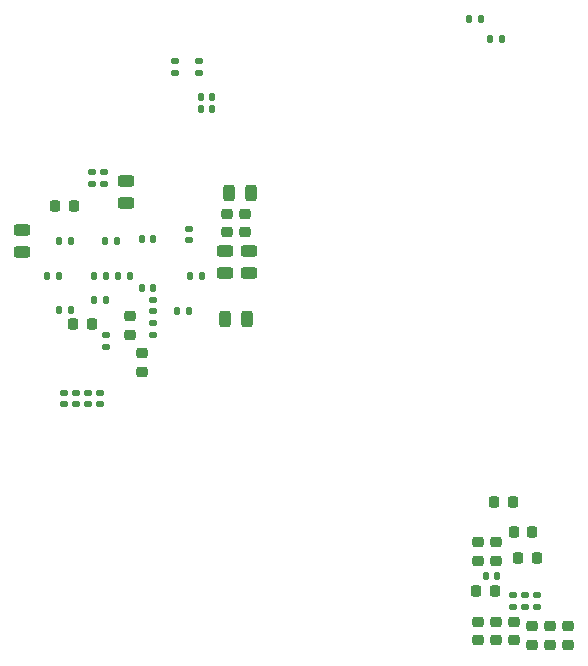
<source format=gbr>
%TF.GenerationSoftware,KiCad,Pcbnew,8.0.7*%
%TF.CreationDate,2025-01-06T22:32:21+01:00*%
%TF.ProjectId,hd_64_v0,68645f36-345f-4763-902e-6b696361645f,0.2*%
%TF.SameCoordinates,PX4737720PY55fe290*%
%TF.FileFunction,Paste,Bot*%
%TF.FilePolarity,Positive*%
%FSLAX46Y46*%
G04 Gerber Fmt 4.6, Leading zero omitted, Abs format (unit mm)*
G04 Created by KiCad (PCBNEW 8.0.7) date 2025-01-06 22:32:21*
%MOMM*%
%LPD*%
G01*
G04 APERTURE LIST*
G04 Aperture macros list*
%AMRoundRect*
0 Rectangle with rounded corners*
0 $1 Rounding radius*
0 $2 $3 $4 $5 $6 $7 $8 $9 X,Y pos of 4 corners*
0 Add a 4 corners polygon primitive as box body*
4,1,4,$2,$3,$4,$5,$6,$7,$8,$9,$2,$3,0*
0 Add four circle primitives for the rounded corners*
1,1,$1+$1,$2,$3*
1,1,$1+$1,$4,$5*
1,1,$1+$1,$6,$7*
1,1,$1+$1,$8,$9*
0 Add four rect primitives between the rounded corners*
20,1,$1+$1,$2,$3,$4,$5,0*
20,1,$1+$1,$4,$5,$6,$7,0*
20,1,$1+$1,$6,$7,$8,$9,0*
20,1,$1+$1,$8,$9,$2,$3,0*%
G04 Aperture macros list end*
%ADD10RoundRect,0.218750X0.256250X-0.218750X0.256250X0.218750X-0.256250X0.218750X-0.256250X-0.218750X0*%
%ADD11RoundRect,0.147500X-0.172500X0.147500X-0.172500X-0.147500X0.172500X-0.147500X0.172500X0.147500X0*%
%ADD12RoundRect,0.218750X-0.256250X0.218750X-0.256250X-0.218750X0.256250X-0.218750X0.256250X0.218750X0*%
%ADD13RoundRect,0.218750X-0.218750X-0.256250X0.218750X-0.256250X0.218750X0.256250X-0.218750X0.256250X0*%
%ADD14RoundRect,0.147500X-0.147500X-0.172500X0.147500X-0.172500X0.147500X0.172500X-0.147500X0.172500X0*%
%ADD15RoundRect,0.243750X-0.456250X0.243750X-0.456250X-0.243750X0.456250X-0.243750X0.456250X0.243750X0*%
%ADD16RoundRect,0.147500X0.172500X-0.147500X0.172500X0.147500X-0.172500X0.147500X-0.172500X-0.147500X0*%
%ADD17RoundRect,0.147500X0.147500X0.172500X-0.147500X0.172500X-0.147500X-0.172500X0.147500X-0.172500X0*%
%ADD18RoundRect,0.218750X0.218750X0.256250X-0.218750X0.256250X-0.218750X-0.256250X0.218750X-0.256250X0*%
%ADD19RoundRect,0.243750X0.243750X0.456250X-0.243750X0.456250X-0.243750X-0.456250X0.243750X-0.456250X0*%
%ADD20RoundRect,0.243750X0.456250X-0.243750X0.456250X0.243750X-0.456250X0.243750X-0.456250X-0.243750X0*%
%ADD21RoundRect,0.243750X-0.243750X-0.456250X0.243750X-0.456250X0.243750X0.456250X-0.243750X0.456250X0*%
G04 APERTURE END LIST*
D10*
X45847000Y5816500D03*
X45847000Y7391500D03*
D11*
X48260000Y9629000D03*
X48260000Y8659000D03*
D12*
X50419000Y7010500D03*
X50419000Y5435500D03*
D11*
X47244000Y8659000D03*
X47244000Y9629000D03*
D12*
X44323000Y7391500D03*
X44323000Y5816500D03*
D13*
X47345500Y14986000D03*
X48920500Y14986000D03*
X45694500Y17526000D03*
X47269500Y17526000D03*
D11*
X49276000Y9629000D03*
X49276000Y8659000D03*
D12*
X45847000Y14122500D03*
X45847000Y12547500D03*
X51943000Y7010500D03*
X51943000Y5435500D03*
D13*
X47726500Y12827000D03*
X49301500Y12827000D03*
D14*
X44981000Y11303000D03*
X45951000Y11303000D03*
D12*
X48895000Y7010500D03*
X48895000Y5435500D03*
X44323000Y14122500D03*
X44323000Y12547500D03*
D10*
X47371000Y7391500D03*
X47371000Y5816500D03*
D13*
X45745500Y10033000D03*
X44170500Y10033000D03*
D15*
X24924000Y38807500D03*
X24924000Y36932500D03*
D14*
X45362000Y56769000D03*
X46332000Y56769000D03*
X15839000Y35670000D03*
X16809000Y35670000D03*
X18839000Y33670000D03*
X19809000Y33670000D03*
D16*
X12824000Y30685000D03*
X12824000Y31655000D03*
D11*
X12319000Y26774000D03*
X12319000Y25804000D03*
D14*
X7839000Y36670000D03*
X8809000Y36670000D03*
D17*
X20909000Y36670000D03*
X19939000Y36670000D03*
D11*
X19824000Y40655000D03*
X19824000Y39685000D03*
D17*
X12804000Y34670000D03*
X11834000Y34670000D03*
X12809000Y36670000D03*
X11839000Y36670000D03*
D16*
X18669000Y53871000D03*
X18669000Y54841000D03*
D11*
X11624000Y45455000D03*
X11624000Y44485000D03*
D18*
X10111500Y42570000D03*
X8536500Y42570000D03*
X11611500Y32570000D03*
X10036500Y32570000D03*
D11*
X9271000Y26774000D03*
X9271000Y25804000D03*
X10287000Y26774000D03*
X10287000Y25804000D03*
D15*
X22924000Y38807500D03*
X22924000Y36932500D03*
D19*
X25061500Y43670000D03*
X23186500Y43670000D03*
D17*
X14809000Y36670000D03*
X13839000Y36670000D03*
X9809000Y33770000D03*
X8839000Y33770000D03*
D16*
X20701000Y53871000D03*
X20701000Y54841000D03*
D10*
X23024000Y40382500D03*
X23024000Y41957500D03*
D17*
X9809000Y39670000D03*
X8839000Y39670000D03*
D11*
X11303000Y26774000D03*
X11303000Y25804000D03*
D15*
X5724000Y40607500D03*
X5724000Y38732500D03*
D10*
X24624000Y40382500D03*
X24624000Y41957500D03*
D11*
X12624000Y45455000D03*
X12624000Y44485000D03*
D14*
X20851000Y51816000D03*
X21821000Y51816000D03*
D11*
X16824000Y34655000D03*
X16824000Y33685000D03*
D17*
X16809000Y39770000D03*
X15839000Y39770000D03*
X44554000Y58420000D03*
X43584000Y58420000D03*
D14*
X12739000Y39670000D03*
X13709000Y39670000D03*
D20*
X14524000Y42832500D03*
X14524000Y44707500D03*
D11*
X16824000Y32655000D03*
X16824000Y31685000D03*
D21*
X22886500Y33070000D03*
X24761500Y33070000D03*
D10*
X14824000Y31682500D03*
X14824000Y33257500D03*
D14*
X20839000Y50800000D03*
X21809000Y50800000D03*
D12*
X15824000Y30157500D03*
X15824000Y28582500D03*
M02*

</source>
